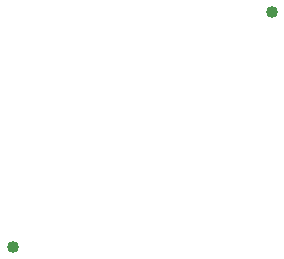
<source format=gbp>
%FSLAX25Y25*%
%MOIN*%
G70*
G01*
G75*
G04 Layer_Color=128*
%ADD10C,0.00800*%
%ADD11O,0.11000X0.01400*%
%ADD12O,0.01400X0.11000*%
%ADD13O,0.02500X0.07300*%
%ADD14O,0.02500X0.07000*%
%ADD15O,0.07000X0.02300*%
%ADD16O,0.04500X0.01200*%
%ADD17O,0.07000X0.02500*%
G04:AMPARAMS|DCode=18|XSize=70mil|YSize=100mil|CornerRadius=17.5mil|HoleSize=0mil|Usage=FLASHONLY|Rotation=90.000|XOffset=0mil|YOffset=0mil|HoleType=Round|Shape=RoundedRectangle|*
%AMROUNDEDRECTD18*
21,1,0.07000,0.06500,0,0,90.0*
21,1,0.03500,0.10000,0,0,90.0*
1,1,0.03500,0.03250,0.01750*
1,1,0.03500,0.03250,-0.01750*
1,1,0.03500,-0.03250,-0.01750*
1,1,0.03500,-0.03250,0.01750*
%
%ADD18ROUNDEDRECTD18*%
%ADD19O,0.07000X0.01400*%
%ADD20R,0.28000X0.35000*%
G04:AMPARAMS|DCode=21|XSize=70mil|YSize=165mil|CornerRadius=0mil|HoleSize=0mil|Usage=FLASHONLY|Rotation=90.000|XOffset=0mil|YOffset=0mil|HoleType=Round|Shape=Octagon|*
%AMOCTAGOND21*
4,1,8,-0.08250,-0.01750,-0.08250,0.01750,-0.06500,0.03500,0.06500,0.03500,0.08250,0.01750,0.08250,-0.01750,0.06500,-0.03500,-0.06500,-0.03500,-0.08250,-0.01750,0.0*
%
%ADD21OCTAGOND21*%

G04:AMPARAMS|DCode=22|XSize=60mil|YSize=385mil|CornerRadius=0mil|HoleSize=0mil|Usage=FLASHONLY|Rotation=180.000|XOffset=0mil|YOffset=0mil|HoleType=Round|Shape=Octagon|*
%AMOCTAGOND22*
4,1,8,0.01500,-0.19250,-0.01500,-0.19250,-0.03000,-0.17750,-0.03000,0.17750,-0.01500,0.19250,0.01500,0.19250,0.03000,0.17750,0.03000,-0.17750,0.01500,-0.19250,0.0*
%
%ADD22OCTAGOND22*%

G04:AMPARAMS|DCode=23|XSize=100mil|YSize=275mil|CornerRadius=25mil|HoleSize=0mil|Usage=FLASHONLY|Rotation=0.000|XOffset=0mil|YOffset=0mil|HoleType=Round|Shape=RoundedRectangle|*
%AMROUNDEDRECTD23*
21,1,0.10000,0.22500,0,0,0.0*
21,1,0.05000,0.27500,0,0,0.0*
1,1,0.05000,0.02500,-0.11250*
1,1,0.05000,-0.02500,-0.11250*
1,1,0.05000,-0.02500,0.11250*
1,1,0.05000,0.02500,0.11250*
%
%ADD23ROUNDEDRECTD23*%
%ADD24C,0.17000*%
G04:AMPARAMS|DCode=25|XSize=150mil|YSize=115mil|CornerRadius=28.75mil|HoleSize=0mil|Usage=FLASHONLY|Rotation=270.000|XOffset=0mil|YOffset=0mil|HoleType=Round|Shape=RoundedRectangle|*
%AMROUNDEDRECTD25*
21,1,0.15000,0.05750,0,0,270.0*
21,1,0.09250,0.11500,0,0,270.0*
1,1,0.05750,-0.02875,-0.04625*
1,1,0.05750,-0.02875,0.04625*
1,1,0.05750,0.02875,0.04625*
1,1,0.05750,0.02875,-0.04625*
%
%ADD25ROUNDEDRECTD25*%
G04:AMPARAMS|DCode=26|XSize=150mil|YSize=110mil|CornerRadius=27.5mil|HoleSize=0mil|Usage=FLASHONLY|Rotation=0.000|XOffset=0mil|YOffset=0mil|HoleType=Round|Shape=RoundedRectangle|*
%AMROUNDEDRECTD26*
21,1,0.15000,0.05500,0,0,0.0*
21,1,0.09500,0.11000,0,0,0.0*
1,1,0.05500,0.04750,-0.02750*
1,1,0.05500,-0.04750,-0.02750*
1,1,0.05500,-0.04750,0.02750*
1,1,0.05500,0.04750,0.02750*
%
%ADD26ROUNDEDRECTD26*%
G04:AMPARAMS|DCode=27|XSize=170mil|YSize=88mil|CornerRadius=22mil|HoleSize=0mil|Usage=FLASHONLY|Rotation=180.000|XOffset=0mil|YOffset=0mil|HoleType=Round|Shape=RoundedRectangle|*
%AMROUNDEDRECTD27*
21,1,0.17000,0.04400,0,0,180.0*
21,1,0.12600,0.08800,0,0,180.0*
1,1,0.04400,-0.06300,0.02200*
1,1,0.04400,0.06300,0.02200*
1,1,0.04400,0.06300,-0.02200*
1,1,0.04400,-0.06300,-0.02200*
%
%ADD27ROUNDEDRECTD27*%
G04:AMPARAMS|DCode=28|XSize=60mil|YSize=90mil|CornerRadius=15mil|HoleSize=0mil|Usage=FLASHONLY|Rotation=270.000|XOffset=0mil|YOffset=0mil|HoleType=Round|Shape=RoundedRectangle|*
%AMROUNDEDRECTD28*
21,1,0.06000,0.06000,0,0,270.0*
21,1,0.03000,0.09000,0,0,270.0*
1,1,0.03000,-0.03000,-0.01500*
1,1,0.03000,-0.03000,0.01500*
1,1,0.03000,0.03000,0.01500*
1,1,0.03000,0.03000,-0.01500*
%
%ADD28ROUNDEDRECTD28*%
G04:AMPARAMS|DCode=29|XSize=40mil|YSize=65mil|CornerRadius=10mil|HoleSize=0mil|Usage=FLASHONLY|Rotation=90.000|XOffset=0mil|YOffset=0mil|HoleType=Round|Shape=RoundedRectangle|*
%AMROUNDEDRECTD29*
21,1,0.04000,0.04500,0,0,90.0*
21,1,0.02000,0.06500,0,0,90.0*
1,1,0.02000,0.02250,0.01000*
1,1,0.02000,0.02250,-0.01000*
1,1,0.02000,-0.02250,-0.01000*
1,1,0.02000,-0.02250,0.01000*
%
%ADD29ROUNDEDRECTD29*%
G04:AMPARAMS|DCode=30|XSize=85mil|YSize=85mil|CornerRadius=21.25mil|HoleSize=0mil|Usage=FLASHONLY|Rotation=0.000|XOffset=0mil|YOffset=0mil|HoleType=Round|Shape=RoundedRectangle|*
%AMROUNDEDRECTD30*
21,1,0.08500,0.04250,0,0,0.0*
21,1,0.04250,0.08500,0,0,0.0*
1,1,0.04250,0.02125,-0.02125*
1,1,0.04250,-0.02125,-0.02125*
1,1,0.04250,-0.02125,0.02125*
1,1,0.04250,0.02125,0.02125*
%
%ADD30ROUNDEDRECTD30*%
G04:AMPARAMS|DCode=31|XSize=145mil|YSize=50mil|CornerRadius=0mil|HoleSize=0mil|Usage=FLASHONLY|Rotation=180.000|XOffset=0mil|YOffset=0mil|HoleType=Round|Shape=Octagon|*
%AMOCTAGOND31*
4,1,8,-0.07250,0.01250,-0.07250,-0.01250,-0.06000,-0.02500,0.06000,-0.02500,0.07250,-0.01250,0.07250,0.01250,0.06000,0.02500,-0.06000,0.02500,-0.07250,0.01250,0.0*
%
%ADD31OCTAGOND31*%

G04:AMPARAMS|DCode=32|XSize=115mil|YSize=50mil|CornerRadius=0mil|HoleSize=0mil|Usage=FLASHONLY|Rotation=180.000|XOffset=0mil|YOffset=0mil|HoleType=Round|Shape=Octagon|*
%AMOCTAGOND32*
4,1,8,-0.05750,0.01250,-0.05750,-0.01250,-0.04500,-0.02500,0.04500,-0.02500,0.05750,-0.01250,0.05750,0.01250,0.04500,0.02500,-0.04500,0.02500,-0.05750,0.01250,0.0*
%
%ADD32OCTAGOND32*%

%ADD33O,0.06000X0.05000*%
%ADD34O,0.05000X0.07000*%
%ADD35O,0.07000X0.05000*%
G04:AMPARAMS|DCode=36|XSize=145mil|YSize=50mil|CornerRadius=0mil|HoleSize=0mil|Usage=FLASHONLY|Rotation=270.000|XOffset=0mil|YOffset=0mil|HoleType=Round|Shape=Octagon|*
%AMOCTAGOND36*
4,1,8,-0.01250,-0.07250,0.01250,-0.07250,0.02500,-0.06000,0.02500,0.06000,0.01250,0.07250,-0.01250,0.07250,-0.02500,0.06000,-0.02500,-0.06000,-0.01250,-0.07250,0.0*
%
%ADD36OCTAGOND36*%

G04:AMPARAMS|DCode=37|XSize=115mil|YSize=50mil|CornerRadius=0mil|HoleSize=0mil|Usage=FLASHONLY|Rotation=270.000|XOffset=0mil|YOffset=0mil|HoleType=Round|Shape=Octagon|*
%AMOCTAGOND37*
4,1,8,-0.01250,-0.05750,0.01250,-0.05750,0.02500,-0.04500,0.02500,0.04500,0.01250,0.05750,-0.01250,0.05750,-0.02500,0.04500,-0.02500,-0.04500,-0.01250,-0.05750,0.0*
%
%ADD37OCTAGOND37*%

%ADD38O,0.05000X0.14000*%
G04:AMPARAMS|DCode=39|XSize=110mil|YSize=85mil|CornerRadius=21.25mil|HoleSize=0mil|Usage=FLASHONLY|Rotation=90.000|XOffset=0mil|YOffset=0mil|HoleType=Round|Shape=RoundedRectangle|*
%AMROUNDEDRECTD39*
21,1,0.11000,0.04250,0,0,90.0*
21,1,0.06750,0.08500,0,0,90.0*
1,1,0.04250,0.02125,0.03375*
1,1,0.04250,0.02125,-0.03375*
1,1,0.04250,-0.02125,-0.03375*
1,1,0.04250,-0.02125,0.03375*
%
%ADD39ROUNDEDRECTD39*%
G04:AMPARAMS|DCode=40|XSize=120mil|YSize=110mil|CornerRadius=27.5mil|HoleSize=0mil|Usage=FLASHONLY|Rotation=90.000|XOffset=0mil|YOffset=0mil|HoleType=Round|Shape=RoundedRectangle|*
%AMROUNDEDRECTD40*
21,1,0.12000,0.05500,0,0,90.0*
21,1,0.06500,0.11000,0,0,90.0*
1,1,0.05500,0.02750,0.03250*
1,1,0.05500,0.02750,-0.03250*
1,1,0.05500,-0.02750,-0.03250*
1,1,0.05500,-0.02750,0.03250*
%
%ADD40ROUNDEDRECTD40*%
G04:AMPARAMS|DCode=41|XSize=60mil|YSize=160mil|CornerRadius=15mil|HoleSize=0mil|Usage=FLASHONLY|Rotation=180.000|XOffset=0mil|YOffset=0mil|HoleType=Round|Shape=RoundedRectangle|*
%AMROUNDEDRECTD41*
21,1,0.06000,0.13000,0,0,180.0*
21,1,0.03000,0.16000,0,0,180.0*
1,1,0.03000,-0.01500,0.06500*
1,1,0.03000,0.01500,0.06500*
1,1,0.03000,0.01500,-0.06500*
1,1,0.03000,-0.01500,-0.06500*
%
%ADD41ROUNDEDRECTD41*%
G04:AMPARAMS|DCode=42|XSize=95mil|YSize=170mil|CornerRadius=23.75mil|HoleSize=0mil|Usage=FLASHONLY|Rotation=270.000|XOffset=0mil|YOffset=0mil|HoleType=Round|Shape=RoundedRectangle|*
%AMROUNDEDRECTD42*
21,1,0.09500,0.12250,0,0,270.0*
21,1,0.04750,0.17000,0,0,270.0*
1,1,0.04750,-0.06125,-0.02375*
1,1,0.04750,-0.06125,0.02375*
1,1,0.04750,0.06125,0.02375*
1,1,0.04750,0.06125,-0.02375*
%
%ADD42ROUNDEDRECTD42*%
G04:AMPARAMS|DCode=43|XSize=95mil|YSize=120mil|CornerRadius=23.75mil|HoleSize=0mil|Usage=FLASHONLY|Rotation=270.000|XOffset=0mil|YOffset=0mil|HoleType=Round|Shape=RoundedRectangle|*
%AMROUNDEDRECTD43*
21,1,0.09500,0.07250,0,0,270.0*
21,1,0.04750,0.12000,0,0,270.0*
1,1,0.04750,-0.03625,-0.02375*
1,1,0.04750,-0.03625,0.02375*
1,1,0.04750,0.03625,0.02375*
1,1,0.04750,0.03625,-0.02375*
%
%ADD43ROUNDEDRECTD43*%
G04:AMPARAMS|DCode=44|XSize=118mil|YSize=100mil|CornerRadius=25mil|HoleSize=0mil|Usage=FLASHONLY|Rotation=0.000|XOffset=0mil|YOffset=0mil|HoleType=Round|Shape=RoundedRectangle|*
%AMROUNDEDRECTD44*
21,1,0.11800,0.05000,0,0,0.0*
21,1,0.06800,0.10000,0,0,0.0*
1,1,0.05000,0.03400,-0.02500*
1,1,0.05000,-0.03400,-0.02500*
1,1,0.05000,-0.03400,0.02500*
1,1,0.05000,0.03400,0.02500*
%
%ADD44ROUNDEDRECTD44*%
G04:AMPARAMS|DCode=45|XSize=85mil|YSize=85mil|CornerRadius=21.25mil|HoleSize=0mil|Usage=FLASHONLY|Rotation=270.000|XOffset=0mil|YOffset=0mil|HoleType=Round|Shape=RoundedRectangle|*
%AMROUNDEDRECTD45*
21,1,0.08500,0.04250,0,0,270.0*
21,1,0.04250,0.08500,0,0,270.0*
1,1,0.04250,-0.02125,-0.02125*
1,1,0.04250,-0.02125,0.02125*
1,1,0.04250,0.02125,0.02125*
1,1,0.04250,0.02125,-0.02125*
%
%ADD45ROUNDEDRECTD45*%
G04:AMPARAMS|DCode=46|XSize=45mil|YSize=60mil|CornerRadius=11.25mil|HoleSize=0mil|Usage=FLASHONLY|Rotation=90.000|XOffset=0mil|YOffset=0mil|HoleType=Round|Shape=RoundedRectangle|*
%AMROUNDEDRECTD46*
21,1,0.04500,0.03750,0,0,90.0*
21,1,0.02250,0.06000,0,0,90.0*
1,1,0.02250,0.01875,0.01125*
1,1,0.02250,0.01875,-0.01125*
1,1,0.02250,-0.01875,-0.01125*
1,1,0.02250,-0.01875,0.01125*
%
%ADD46ROUNDEDRECTD46*%
G04:AMPARAMS|DCode=47|XSize=40mil|YSize=60mil|CornerRadius=10mil|HoleSize=0mil|Usage=FLASHONLY|Rotation=90.000|XOffset=0mil|YOffset=0mil|HoleType=Round|Shape=RoundedRectangle|*
%AMROUNDEDRECTD47*
21,1,0.04000,0.04000,0,0,90.0*
21,1,0.02000,0.06000,0,0,90.0*
1,1,0.02000,0.02000,0.01000*
1,1,0.02000,0.02000,-0.01000*
1,1,0.02000,-0.02000,-0.01000*
1,1,0.02000,-0.02000,0.01000*
%
%ADD47ROUNDEDRECTD47*%
G04:AMPARAMS|DCode=48|XSize=40mil|YSize=33mil|CornerRadius=8.25mil|HoleSize=0mil|Usage=FLASHONLY|Rotation=180.000|XOffset=0mil|YOffset=0mil|HoleType=Round|Shape=RoundedRectangle|*
%AMROUNDEDRECTD48*
21,1,0.04000,0.01650,0,0,180.0*
21,1,0.02350,0.03300,0,0,180.0*
1,1,0.01650,-0.01175,0.00825*
1,1,0.01650,0.01175,0.00825*
1,1,0.01650,0.01175,-0.00825*
1,1,0.01650,-0.01175,-0.00825*
%
%ADD48ROUNDEDRECTD48*%
G04:AMPARAMS|DCode=49|XSize=40mil|YSize=33mil|CornerRadius=8.25mil|HoleSize=0mil|Usage=FLASHONLY|Rotation=270.000|XOffset=0mil|YOffset=0mil|HoleType=Round|Shape=RoundedRectangle|*
%AMROUNDEDRECTD49*
21,1,0.04000,0.01650,0,0,270.0*
21,1,0.02350,0.03300,0,0,270.0*
1,1,0.01650,-0.00825,-0.01175*
1,1,0.01650,-0.00825,0.01175*
1,1,0.01650,0.00825,0.01175*
1,1,0.01650,0.00825,-0.01175*
%
%ADD49ROUNDEDRECTD49*%
G04:AMPARAMS|DCode=50|XSize=40mil|YSize=60mil|CornerRadius=10mil|HoleSize=0mil|Usage=FLASHONLY|Rotation=180.000|XOffset=0mil|YOffset=0mil|HoleType=Round|Shape=RoundedRectangle|*
%AMROUNDEDRECTD50*
21,1,0.04000,0.04000,0,0,180.0*
21,1,0.02000,0.06000,0,0,180.0*
1,1,0.02000,-0.01000,0.02000*
1,1,0.02000,0.01000,0.02000*
1,1,0.02000,0.01000,-0.02000*
1,1,0.02000,-0.01000,-0.02000*
%
%ADD50ROUNDEDRECTD50*%
%ADD51O,0.05000X0.06000*%
G04:AMPARAMS|DCode=52|XSize=40mil|YSize=65mil|CornerRadius=10mil|HoleSize=0mil|Usage=FLASHONLY|Rotation=180.000|XOffset=0mil|YOffset=0mil|HoleType=Round|Shape=RoundedRectangle|*
%AMROUNDEDRECTD52*
21,1,0.04000,0.04500,0,0,180.0*
21,1,0.02000,0.06500,0,0,180.0*
1,1,0.02000,-0.01000,0.02250*
1,1,0.02000,0.01000,0.02250*
1,1,0.02000,0.01000,-0.02250*
1,1,0.02000,-0.01000,-0.02250*
%
%ADD52ROUNDEDRECTD52*%
G04:AMPARAMS|DCode=53|XSize=32mil|YSize=70mil|CornerRadius=8mil|HoleSize=0mil|Usage=FLASHONLY|Rotation=180.000|XOffset=0mil|YOffset=0mil|HoleType=Round|Shape=RoundedRectangle|*
%AMROUNDEDRECTD53*
21,1,0.03200,0.05400,0,0,180.0*
21,1,0.01600,0.07000,0,0,180.0*
1,1,0.01600,-0.00800,0.02700*
1,1,0.01600,0.00800,0.02700*
1,1,0.01600,0.00800,-0.02700*
1,1,0.01600,-0.00800,-0.02700*
%
%ADD53ROUNDEDRECTD53*%
%ADD54R,0.12000X0.12000*%
%ADD55R,0.02500X0.11000*%
G04:AMPARAMS|DCode=56|XSize=32mil|YSize=70mil|CornerRadius=8mil|HoleSize=0mil|Usage=FLASHONLY|Rotation=90.000|XOffset=0mil|YOffset=0mil|HoleType=Round|Shape=RoundedRectangle|*
%AMROUNDEDRECTD56*
21,1,0.03200,0.05400,0,0,90.0*
21,1,0.01600,0.07000,0,0,90.0*
1,1,0.01600,0.02700,0.00800*
1,1,0.01600,0.02700,-0.00800*
1,1,0.01600,-0.02700,-0.00800*
1,1,0.01600,-0.02700,0.00800*
%
%ADD56ROUNDEDRECTD56*%
%ADD57R,0.12000X0.12000*%
%ADD58R,0.11000X0.02500*%
G04:AMPARAMS|DCode=59|XSize=45mil|YSize=60mil|CornerRadius=11.25mil|HoleSize=0mil|Usage=FLASHONLY|Rotation=180.000|XOffset=0mil|YOffset=0mil|HoleType=Round|Shape=RoundedRectangle|*
%AMROUNDEDRECTD59*
21,1,0.04500,0.03750,0,0,180.0*
21,1,0.02250,0.06000,0,0,180.0*
1,1,0.02250,-0.01125,0.01875*
1,1,0.02250,0.01125,0.01875*
1,1,0.02250,0.01125,-0.01875*
1,1,0.02250,-0.01125,-0.01875*
%
%ADD59ROUNDEDRECTD59*%
%ADD60C,0.04000*%
%ADD61C,0.00600*%
%ADD62C,0.01500*%
%ADD63C,0.01000*%
%ADD64C,0.03000*%
%ADD65C,0.03500*%
%ADD66C,0.01200*%
%ADD67C,0.01800*%
%ADD68C,0.02500*%
%ADD69C,0.02000*%
%ADD70C,0.04000*%
%ADD71R,0.10117X0.01478*%
%ADD72R,0.02833X0.14583*%
%ADD73R,0.08417X0.01750*%
%ADD74R,0.02958X0.12250*%
%ADD75R,0.06616X0.02983*%
%ADD76R,0.12250X0.02917*%
%ADD77R,0.20333X0.02917*%
%ADD78R,0.03000X0.18083*%
%ADD79R,0.12692X0.03483*%
%ADD80R,0.26983X0.29695*%
%ADD81R,0.19583X0.23917*%
%ADD82R,0.30500X0.29417*%
%ADD83R,0.23150X0.21600*%
%ADD84R,0.07259X0.15505*%
%ADD85R,0.15158X0.14500*%
%ADD86R,0.38667X0.24333*%
%ADD87R,0.72667X0.30671*%
%ADD88R,0.63500X0.25167*%
%ADD89R,0.24500X0.51667*%
%ADD90R,0.16167X0.11667*%
%ADD91R,0.66167X0.20500*%
%ADD92R,0.15833X4.09667*%
%ADD93R,0.18167X0.69000*%
%ADD94R,0.31833X0.11667*%
%ADD95R,5.41000X0.15167*%
%ADD96R,0.16667X0.18667*%
%ADD97R,0.17442X4.02738*%
%ADD98R,0.65000X0.04667*%
%ADD99R,5.49167X0.05667*%
%ADD100R,0.34500X0.15333*%
%ADD101R,0.13667X0.86667*%
%ADD102R,0.37667X0.14333*%
%ADD103R,0.33250X0.02167*%
%ADD104R,0.05333X0.28500*%
%ADD105R,0.12500X0.10000*%
%ADD106R,0.11100X0.12000*%
%ADD107R,0.25667X0.57667*%
%ADD108R,0.06333X0.57000*%
%ADD109R,0.03667X0.31500*%
%ADD110R,0.26500X0.52167*%
%ADD111R,0.08833X0.19667*%
%ADD112R,0.48917X0.25000*%
%ADD113R,0.12250X0.05667*%
%ADD114R,0.07083X0.03333*%
%ADD115R,0.02667X0.13405*%
%ADD116C,0.06000*%
%ADD117C,0.09500*%
%ADD118C,0.09500*%
%ADD119C,0.08000*%
%ADD120R,0.03354X0.02125*%
%ADD121R,0.03208X0.02813*%
%ADD122C,0.06500*%
%ADD123R,0.40583X0.25417*%
%ADD124R,0.16914X0.04080*%
D60*
X151749Y93671D02*
D03*
X238041Y171838D02*
D03*
M02*

</source>
